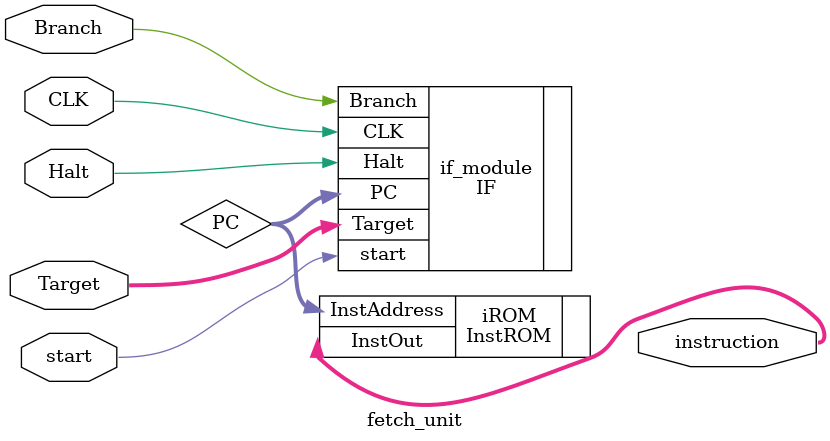
<source format=sv>
module fetch_unit(
    input start,
    input CLK,
    input Halt,
    input Branch,
    input [7:0] Target,
    output [8:0] instruction 
);

    //pc counter between IF module and InstROM
    wire [9:0] PC;

    //Instruction Fetch module
    IF if_module(
            .Branch(Branch),
            .Target(Target),
            .start(start),
            .Halt(Halt),
            .CLK(CLK),
            .PC(PC)
            );
    
    //Instruction Memory Module
    InstROM iROM(
            .InstAddress(PC),
            .InstOut(instruction)
            );

endmodule

</source>
